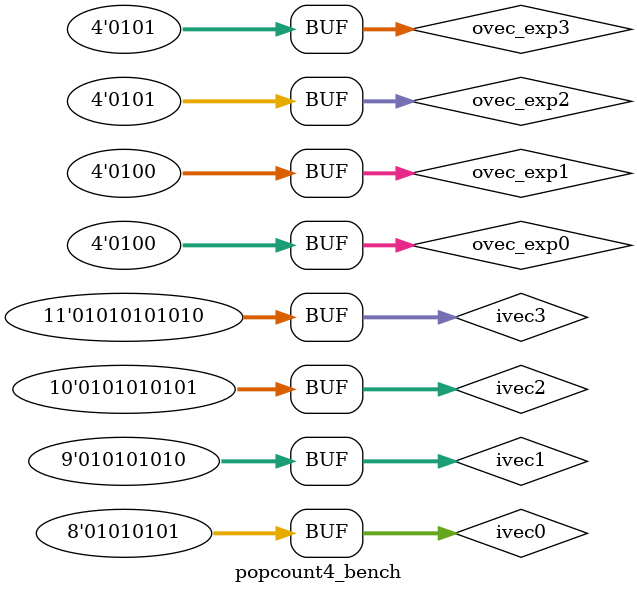
<source format=v>
`timescale 1 ns/10 ps

module popcount4_bench;
   parameter VWIDTH0 = 8;
   parameter CWIDTH0 = 4;

   reg[VWIDTH0-1:0] ivec0;
   wire[CWIDTH0-1:0] ovec0;
   reg[CWIDTH0-1:0] ovec_exp0;

   popcount4 #(VWIDTH0,CWIDTH0) popcountI0(ivec0,ovec0);

   parameter VWIDTH1 = 9;
   parameter CWIDTH1 = 4;

   reg[VWIDTH1-1:0] ivec1;
   wire[CWIDTH1-1:0] ovec1;
   reg[CWIDTH1-1:0] ovec_exp1;

   popcount4 #(VWIDTH1,CWIDTH1) popcountI1(ivec1,ovec1);

   parameter VWIDTH2 = 10;
   parameter CWIDTH2 = 4;

   reg[VWIDTH2-1:0] ivec2;
   wire[CWIDTH2-1:0] ovec2;
   reg[CWIDTH2-1:0] ovec_exp2;

   popcount4 #(VWIDTH2,CWIDTH2) popcountI2(ivec2,ovec2);

   parameter VWIDTH3 = 11;
   parameter CWIDTH3 = 4;

   reg[VWIDTH3-1:0] ivec3;
   wire[CWIDTH3-1:0] ovec3;
   reg[CWIDTH3-1:0] ovec_exp3;

   popcount4 #(VWIDTH3,CWIDTH3) popcountI3(ivec3,ovec3);

   initial begin
       ivec0     = 8'b00000000;
       ovec_exp0 = 4'b0000;
       ivec1     = 9'b000000000;
       ovec_exp1 = 4'b0000;
       ivec2     = 10'b0000000000;
       ovec_exp2 = 4'b0000;
       ivec3     = 11'b00000000000;
       ovec_exp3 = 4'b0000;
       #10;
       ivec0     = 8'b00000001;
       ovec_exp0 = 4'b0001;
       ivec1     = 9'b000000001;
       ovec_exp1 = 4'b0001;
       ivec2     = 10'b0000000001;
       ovec_exp2 = 4'b0001;
       ivec3     = 11'b00000000001;
       ovec_exp3 = 4'b0001;
       #10;
       ivec0     = 8'b00000010;
       ovec_exp0 = 4'b0001;
       ivec1     = 9'b000000010;
       ovec_exp1 = 4'b0001;
       ivec2     = 10'b0000000010;
       ovec_exp2 = 4'b0001;
       ivec3     = 11'b00000000010;
       ovec_exp3 = 4'b0001;
       #10;
       ivec0     = 8'b10000000;
       ovec_exp0 = 4'b0001;
       ivec1     = 9'b100000000;
       ovec_exp1 = 4'b0001;
       ivec2     = 10'b1000000000;
       ovec_exp2 = 4'b0001;
       ivec3     = 11'b10000000000;
       ovec_exp3 = 4'b0001;
       #10;
       ivec0     = 8'b11111111;
       ovec_exp0 = 4'b1000;
       ivec1     = 9'b111111111;
       ovec_exp1 = 4'b1001;
       ivec2     = 10'b1111111111;
       ovec_exp2 = 4'b1010;
       ivec3     = 11'b11111111111;
       ovec_exp3 = 4'b1011;
       #10;
       ivec0     = 8'b11111110;
       ovec_exp0 = 4'b0111;
       ivec1     = 9'b111111110;
       ovec_exp1 = 4'b1000;
       ivec2     = 10'b1111111110;
       ovec_exp2 = 4'b1001;
       ivec3     = 11'b11111111110;
       ovec_exp3 = 4'b1010;
       #10;
       ivec0     = 8'b01010101;
       ovec_exp0 = 4'b0100;
       ivec1     = 9'b010101010;
       ovec_exp1 = 4'b0100;
       ivec2     = 10'b0101010101;
       ovec_exp2 = 4'b0101;
       ivec3     = 11'b01010101010;
       ovec_exp3 = 4'b0101;
       #10;
   end

endmodule

</source>
